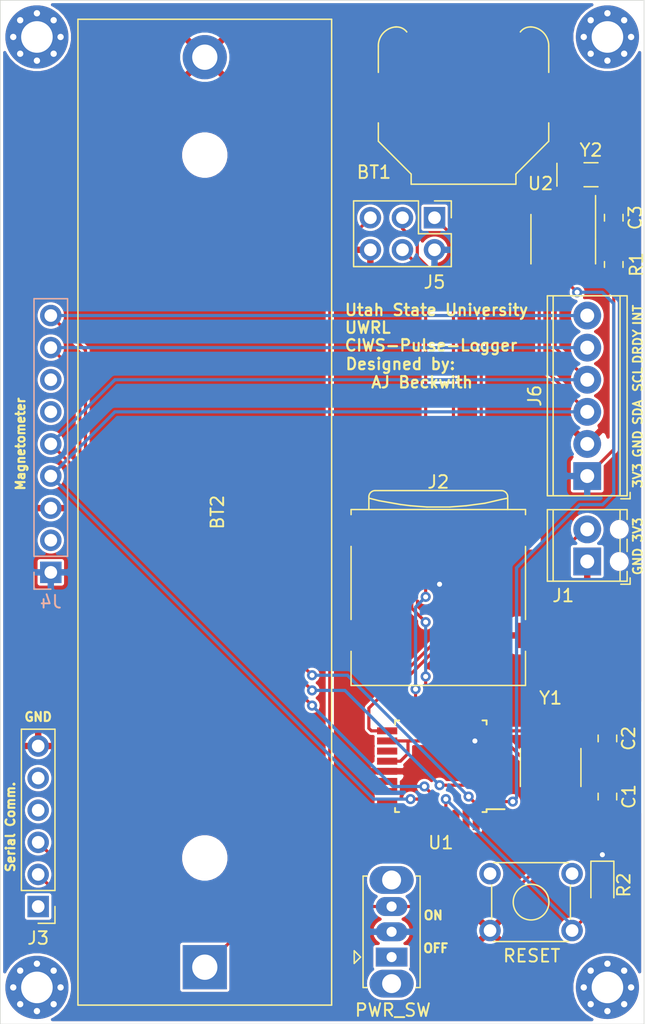
<source format=kicad_pcb>
(kicad_pcb (version 20171130) (host pcbnew "(5.1.9-0-10_14)")
  (layers (0 F.Cu signal hide) (31 B.Cu signal hide) (34 B.Paste user) (35 F.Paste user) (36 B.SilkS user) (37 F.SilkS user) (38 B.Mask user) (39 F.Mask user) (44 Edge.Cuts user))
  (net 0 "")
  (net 1 GND)
  (net 2 "Net-(BT1-Pad1)")
  (net 3 "Net-(C1-Pad1)")
  (net 4 "Net-(C2-Pad1)")
  (net 5 "Net-(C3-Pad1)")
  (net 6 "Net-(J2-Pad1)")
  (net 7 "Net-(J2-Pad2)")
  (net 8 "Net-(J2-Pad3)")
  (net 9 +3V3)
  (net 10 "Net-(J2-Pad5)")
  (net 11 "Net-(J2-Pad7)")
  (net 12 "Net-(J2-Pad8)")
  (net 13 "Net-(J3-Pad5)")
  (net 14 "Net-(J3-Pad4)")
  (net 15 "Net-(J3-Pad3)")
  (net 16 "Net-(J3-Pad2)")
  (net 17 "Net-(J3-Pad1)")
  (net 18 "Net-(J4-Pad9)")
  (net 19 "Net-(J4-Pad8)")
  (net 20 "Net-(J4-Pad7)")
  (net 21 "Net-(J4-Pad6)")
  (net 22 "Net-(J4-Pad5)")
  (net 23 "Net-(J4-Pad4)")
  (net 24 "Net-(J4-Pad2)")
  (net 25 "Net-(J5-Pad5)")
  (net 26 "Net-(U1-Pad26)")
  (net 27 "Net-(U1-Pad25)")
  (net 28 "Net-(U1-Pad24)")
  (net 29 "Net-(U1-Pad23)")
  (net 30 "Net-(U1-Pad22)")
  (net 31 "Net-(U1-Pad19)")
  (net 32 "Net-(U1-Pad13)")
  (net 33 "Net-(U1-Pad12)")
  (net 34 "Net-(U1-Pad11)")
  (net 35 "Net-(U1-Pad10)")
  (net 36 "Net-(U1-Pad9)")
  (net 37 "Net-(U1-Pad1)")
  (net 38 "Net-(U2-Pad2)")
  (net 39 "Net-(U2-Pad1)")
  (net 40 "Net-(BT2-Pad1)")
  (net 41 "Net-(SW2-Pad1)")
  (module TerminalBlock_Phoenix:TerminalBlock_Phoenix_MPT-0,5-6-2.54_1x06_P2.54mm_Horizontal (layer F.Cu) (at 164.3 88.44 90)
    (fp_text reference J6 (at 6.35 -4.16 90) (layer F.SilkS))
    (fp_text value Screw_Terminal_01x06 hide)
    (fp_line (start -1.56 2.6) (end 14.26 2.6) (layer F.SilkS) (width 0.12))
    (fp_line (start -1.56 -2.7) (end 14.26 -2.7) (layer F.SilkS) (width 0.12))
    (fp_line (start -1.56 -3.16) (end 14.26 -3.16) (layer F.SilkS) (width 0.12))
    (fp_line (start -1.56 3.16) (end 14.26 3.16) (layer F.SilkS) (width 0.12))
    (fp_line (start -1.56 -3.16) (end -1.56 3.16) (layer F.SilkS) (width 0.12))
    (fp_line (start 14.26 -3.16) (end 14.26 3.16) (layer F.SilkS) (width 0.12))
    (fp_line (start -1.8 2.66) (end -1.8 3.4) (layer F.SilkS) (width 0.12))
    (fp_line (start -1.8 3.4) (end -1.3 3.4) (layer F.SilkS) (width 0.12))
    (pad 6 thru_hole circle (at 12.7 0 90) (size 2.2 2.2) (drill 1.1) (layers *.Cu *.Mask) (net 18 "Net-(J4-Pad9)"))
    (pad 5 thru_hole circle (at 10.16 0 90) (size 2.2 2.2) (drill 1.1) (layers *.Cu *.Mask) (net 19 "Net-(J4-Pad8)"))
    (pad 4 thru_hole circle (at 7.62 0 90) (size 2.2 2.2) (drill 1.1) (layers *.Cu *.Mask) (net 22 "Net-(J4-Pad5)"))
    (pad 3 thru_hole circle (at 5.08 0 90) (size 2.2 2.2) (drill 1.1) (layers *.Cu *.Mask) (net 23 "Net-(J4-Pad4)"))
    (pad 2 thru_hole circle (at 2.54 0 90) (size 2.2 2.2) (drill 1.1) (layers *.Cu *.Mask) (net 1 GND))
    (pad 1 thru_hole rect (at 0 0 90) (size 2.2 2.2) (drill 1.1) (layers *.Cu *.Mask) (net 9 +3V3))
  )
  (module MountingHole:MountingHole_2.5mm_Pad_Via (layer F.Cu) (at 120.7 128.9)
    (fp_text reference REF** hide)
    (fp_text value MountingHole_2.5mm_Pad_Via)
    (pad 1 thru_hole circle (at 1.325825 -1.325825) (size 0.8 0.8) (drill 0.5) (layers *.Cu *.Mask))
    (pad 1 thru_hole circle (at 0 -1.875) (size 0.8 0.8) (drill 0.5) (layers *.Cu *.Mask))
    (pad 1 thru_hole circle (at -1.325825 -1.325825) (size 0.8 0.8) (drill 0.5) (layers *.Cu *.Mask))
    (pad 1 thru_hole circle (at -1.875 0) (size 0.8 0.8) (drill 0.5) (layers *.Cu *.Mask))
    (pad 1 thru_hole circle (at -1.325825 1.325825) (size 0.8 0.8) (drill 0.5) (layers *.Cu *.Mask))
    (pad 1 thru_hole circle (at 0 1.875) (size 0.8 0.8) (drill 0.5) (layers *.Cu *.Mask))
    (pad 1 thru_hole circle (at 1.325825 1.325825) (size 0.8 0.8) (drill 0.5) (layers *.Cu *.Mask))
    (pad 1 thru_hole circle (at 1.875 0) (size 0.8 0.8) (drill 0.5) (layers *.Cu *.Mask))
    (pad 1 thru_hole circle (at 0 0) (size 5 5) (drill 2.5) (layers *.Cu *.Mask))
  )
  (module MountingHole:MountingHole_2.5mm_Pad_Via (layer F.Cu) (at 120.7 53.7)
    (fp_text reference REF** hide)
    (fp_text value MountingHole_2.5mm_Pad_Via)
    (pad 1 thru_hole circle (at 1.325825 -1.325825) (size 0.8 0.8) (drill 0.5) (layers *.Cu *.Mask))
    (pad 1 thru_hole circle (at 0 -1.875) (size 0.8 0.8) (drill 0.5) (layers *.Cu *.Mask))
    (pad 1 thru_hole circle (at -1.325825 -1.325825) (size 0.8 0.8) (drill 0.5) (layers *.Cu *.Mask))
    (pad 1 thru_hole circle (at -1.875 0) (size 0.8 0.8) (drill 0.5) (layers *.Cu *.Mask))
    (pad 1 thru_hole circle (at -1.325825 1.325825) (size 0.8 0.8) (drill 0.5) (layers *.Cu *.Mask))
    (pad 1 thru_hole circle (at 0 1.875) (size 0.8 0.8) (drill 0.5) (layers *.Cu *.Mask))
    (pad 1 thru_hole circle (at 1.325825 1.325825) (size 0.8 0.8) (drill 0.5) (layers *.Cu *.Mask))
    (pad 1 thru_hole circle (at 1.875 0) (size 0.8 0.8) (drill 0.5) (layers *.Cu *.Mask))
    (pad 1 thru_hole circle (at 0 0) (size 5 5) (drill 2.5) (layers *.Cu *.Mask))
  )
  (module MountingHole:MountingHole_2.5mm_Pad_Via (layer F.Cu) (at 165.9 53.7)
    (fp_text reference REF** hide)
    (fp_text value MountingHole_2.5mm_Pad_Via)
    (pad 1 thru_hole circle (at 1.325825 -1.325825) (size 0.8 0.8) (drill 0.5) (layers *.Cu *.Mask))
    (pad 1 thru_hole circle (at 0 -1.875) (size 0.8 0.8) (drill 0.5) (layers *.Cu *.Mask))
    (pad 1 thru_hole circle (at -1.325825 -1.325825) (size 0.8 0.8) (drill 0.5) (layers *.Cu *.Mask))
    (pad 1 thru_hole circle (at -1.875 0) (size 0.8 0.8) (drill 0.5) (layers *.Cu *.Mask))
    (pad 1 thru_hole circle (at -1.325825 1.325825) (size 0.8 0.8) (drill 0.5) (layers *.Cu *.Mask))
    (pad 1 thru_hole circle (at 0 1.875) (size 0.8 0.8) (drill 0.5) (layers *.Cu *.Mask))
    (pad 1 thru_hole circle (at 1.325825 1.325825) (size 0.8 0.8) (drill 0.5) (layers *.Cu *.Mask))
    (pad 1 thru_hole circle (at 1.875 0) (size 0.8 0.8) (drill 0.5) (layers *.Cu *.Mask))
    (pad 1 thru_hole circle (at 0 0) (size 5 5) (drill 2.5) (layers *.Cu *.Mask))
  )
  (module MountingHole:MountingHole_2.5mm_Pad_Via (layer F.Cu) (at 165.9 128.9)
    (fp_text reference REF** hide)
    (fp_text value MountingHole_2.5mm_Pad_Via)
    (pad 1 thru_hole circle (at 1.325825 -1.325825) (size 0.8 0.8) (drill 0.5) (layers *.Cu *.Mask))
    (pad 1 thru_hole circle (at 0 -1.875) (size 0.8 0.8) (drill 0.5) (layers *.Cu *.Mask))
    (pad 1 thru_hole circle (at -1.325825 -1.325825) (size 0.8 0.8) (drill 0.5) (layers *.Cu *.Mask))
    (pad 1 thru_hole circle (at -1.875 0) (size 0.8 0.8) (drill 0.5) (layers *.Cu *.Mask))
    (pad 1 thru_hole circle (at -1.325825 1.325825) (size 0.8 0.8) (drill 0.5) (layers *.Cu *.Mask))
    (pad 1 thru_hole circle (at 0 1.875) (size 0.8 0.8) (drill 0.5) (layers *.Cu *.Mask))
    (pad 1 thru_hole circle (at 1.325825 1.325825) (size 0.8 0.8) (drill 0.5) (layers *.Cu *.Mask))
    (pad 1 thru_hole circle (at 1.875 0) (size 0.8 0.8) (drill 0.5) (layers *.Cu *.Mask))
    (pad 1 thru_hole circle (at 0 0) (size 5 5) (drill 2.5) (layers *.Cu *.Mask))
  )
  (module Battery:BatteryHolder_MPD_BH-18650-PC2 (layer F.Cu) (at 134 127.3 90)
    (fp_text reference BT2 (at 36 1 90) (layer F.SilkS))
    (fp_text value Battery_Cell)
    (fp_line (start -3 10.05) (end -3 -10.05) (layer F.SilkS) (width 0.12))
    (fp_line (start 75 10.05) (end -3 10.05) (layer F.SilkS) (width 0.12))
    (fp_line (start 75 -10.05) (end 75 10.05) (layer F.SilkS) (width 0.12))
    (fp_line (start -3 -10.05) (end 75 -10.05) (layer F.SilkS) (width 0.12))
    (pad "" np_thru_hole circle (at 64.255 0 90) (size 3.2 3.2) (drill 3.2) (layers *.Cu *.Mask))
    (pad "" np_thru_hole circle (at 8.645 0 90) (size 3.2 3.2) (drill 3.2) (layers *.Cu *.Mask))
    (pad 1 thru_hole rect (at 0 0 90) (size 3.5 3.5) (drill 2) (layers *.Cu *.Mask) (net 40 "Net-(BT2-Pad1)"))
    (pad 2 thru_hole circle (at 72 0 90) (size 3.5 3.5) (drill 2) (layers *.Cu *.Mask) (net 1 GND))
  )
  (module Connector_PinHeader_2.54mm:PinHeader_1x09_P2.54mm_Vertical (layer B.Cu) (at 121.8 96.06)
    (fp_text reference J4 (at 0 2.33) (layer B.SilkS) (effects (justify mirror)))
    (fp_text value Conn_01x09_Female)
    (fp_line (start -1.33 1.33) (end 0 1.33) (layer B.SilkS) (width 0.12))
    (fp_line (start -1.33 0) (end -1.33 1.33) (layer B.SilkS) (width 0.12))
    (fp_line (start -1.33 -1.27) (end 1.33 -1.27) (layer B.SilkS) (width 0.12))
    (fp_line (start 1.33 -1.27) (end 1.33 -21.65) (layer B.SilkS) (width 0.12))
    (fp_line (start -1.33 -1.27) (end -1.33 -21.65) (layer B.SilkS) (width 0.12))
    (fp_line (start -1.33 -21.65) (end 1.33 -21.65) (layer B.SilkS) (width 0.12))
    (pad 9 thru_hole oval (at 0 -20.32) (size 1.7 1.7) (drill 1) (layers *.Cu *.Mask) (net 18 "Net-(J4-Pad9)"))
    (pad 8 thru_hole oval (at 0 -17.78) (size 1.7 1.7) (drill 1) (layers *.Cu *.Mask) (net 19 "Net-(J4-Pad8)"))
    (pad 7 thru_hole oval (at 0 -15.24) (size 1.7 1.7) (drill 1) (layers *.Cu *.Mask) (net 20 "Net-(J4-Pad7)"))
    (pad 6 thru_hole oval (at 0 -12.7) (size 1.7 1.7) (drill 1) (layers *.Cu *.Mask) (net 21 "Net-(J4-Pad6)"))
    (pad 5 thru_hole oval (at 0 -10.16) (size 1.7 1.7) (drill 1) (layers *.Cu *.Mask) (net 22 "Net-(J4-Pad5)"))
    (pad 4 thru_hole oval (at 0 -7.62) (size 1.7 1.7) (drill 1) (layers *.Cu *.Mask) (net 23 "Net-(J4-Pad4)"))
    (pad 3 thru_hole oval (at 0 -5.08) (size 1.7 1.7) (drill 1) (layers *.Cu *.Mask) (net 1 GND))
    (pad 2 thru_hole oval (at 0 -2.54) (size 1.7 1.7) (drill 1) (layers *.Cu *.Mask) (net 24 "Net-(J4-Pad2)"))
    (pad 1 thru_hole rect (at 0 0) (size 1.7 1.7) (drill 1) (layers *.Cu *.Mask) (net 9 +3V3))
  )
  (module Connector_PinHeader_2.54mm:PinHeader_1x06_P2.54mm_Vertical (layer F.Cu) (at 120.8 122.5 180)
    (fp_text reference J3 (at 0 -2.5) (layer F.SilkS))
    (fp_text value Conn_01x06_Female hide)
    (fp_line (start -1.33 -1.33) (end 0 -1.33) (layer F.SilkS) (width 0.12))
    (fp_line (start -1.33 0) (end -1.33 -1.33) (layer F.SilkS) (width 0.12))
    (fp_line (start -1.33 1.27) (end 1.33 1.27) (layer F.SilkS) (width 0.12))
    (fp_line (start 1.33 1.27) (end 1.33 14.03) (layer F.SilkS) (width 0.12))
    (fp_line (start -1.33 1.27) (end -1.33 14.03) (layer F.SilkS) (width 0.12))
    (fp_line (start -1.33 14.03) (end 1.33 14.03) (layer F.SilkS) (width 0.12))
    (pad 6 thru_hole oval (at 0 12.7 180) (size 1.7 1.7) (drill 1) (layers *.Cu *.Mask) (net 1 GND))
    (pad 5 thru_hole oval (at 0 10.16 180) (size 1.7 1.7) (drill 1) (layers *.Cu *.Mask) (net 13 "Net-(J3-Pad5)"))
    (pad 4 thru_hole oval (at 0 7.62 180) (size 1.7 1.7) (drill 1) (layers *.Cu *.Mask) (net 14 "Net-(J3-Pad4)"))
    (pad 3 thru_hole oval (at 0 5.08 180) (size 1.7 1.7) (drill 1) (layers *.Cu *.Mask) (net 15 "Net-(J3-Pad3)"))
    (pad 2 thru_hole oval (at 0 2.54 180) (size 1.7 1.7) (drill 1) (layers *.Cu *.Mask) (net 16 "Net-(J3-Pad2)"))
    (pad 1 thru_hole rect (at 0 0 180) (size 1.7 1.7) (drill 1) (layers *.Cu *.Mask) (net 17 "Net-(J3-Pad1)"))
  )
  (module Crystal:Crystal_SMD_EuroQuartz_EQ161-2Pin_3.2x1.5mm_HandSoldering (layer F.Cu) (at 164.6 64.6)
    (fp_text reference Y2 (at 0 -1.95) (layer F.SilkS))
    (fp_text value 32.768kHz)
    (fp_line (start -2.7 -0.9) (end -2.7 0.9) (layer F.SilkS) (width 0.12))
    (fp_line (start -0.55 0.95) (end 0.55 0.95) (layer F.SilkS) (width 0.12))
    (fp_line (start -0.55 -0.95) (end 0.55 -0.95) (layer F.SilkS) (width 0.12))
    (pad 2 smd rect (at 1.625 0) (size 1.75 1.8) (layers F.Cu F.Paste F.Mask) (net 39 "Net-(U2-Pad1)"))
    (pad 1 smd rect (at -1.625 0) (size 1.75 1.8) (layers F.Cu F.Paste F.Mask) (net 38 "Net-(U2-Pad2)"))
  )
  (module Crystal:Crystal_SMD_TXC_AX_8045-2Pin_8.0x4.5mm (layer F.Cu) (at 161.4 111.5 90)
    (fp_text reference Y1 (at 5.5 0 180) (layer F.SilkS))
    (fp_text value 8Mhz)
    (fp_line (start -1.5 2.4) (end 1.5 2.4) (layer F.SilkS) (width 0.12))
    (fp_line (start 1.5 -2.4) (end -1.5 -2.4) (layer F.SilkS) (width 0.12))
    (pad 2 smd roundrect (at 3.25 0 90) (size 2.5 3) (layers F.Cu F.Paste F.Mask) (net 4 "Net-(C2-Pad1)"))
    (pad 1 smd roundrect (at -3.25 0 90) (size 2.5 3) (layers F.Cu F.Paste F.Mask) (net 3 "Net-(C1-Pad1)"))
  )
  (module Package_SO:SOIC-8_3.9x4.9mm_P1.27mm (layer F.Cu) (at 162.4 69.7 270)
    (fp_text reference U2 (at -4.4 1.8 180) (layer F.SilkS))
    (fp_text value PCF8523T)
    (fp_line (start 0 -2.56) (end -3.45 -2.56) (layer F.SilkS) (width 0.12))
    (fp_line (start 0 -2.56) (end 1.95 -2.56) (layer F.SilkS) (width 0.12))
    (fp_line (start 0 2.56) (end -1.95 2.56) (layer F.SilkS) (width 0.12))
    (fp_line (start 0 2.56) (end 1.95 2.56) (layer F.SilkS) (width 0.12))
    (pad 8 smd roundrect (at 2.475 -1.905 270) (size 1.95 0.6) (layers F.Cu F.Paste F.Mask) (net 5 "Net-(C3-Pad1)"))
    (pad 7 smd roundrect (at 2.475 -0.635 270) (size 1.95 0.6) (layers F.Cu F.Paste F.Mask) (net 37 "Net-(U1-Pad1)"))
    (pad 6 smd roundrect (at 2.475 0.635 270) (size 1.95 0.6) (layers F.Cu F.Paste F.Mask) (net 22 "Net-(J4-Pad5)"))
    (pad 5 smd roundrect (at 2.475 1.905 270) (size 1.95 0.6) (layers F.Cu F.Paste F.Mask) (net 23 "Net-(J4-Pad4)"))
    (pad 4 smd roundrect (at -2.475 1.905 270) (size 1.95 0.6) (layers F.Cu F.Paste F.Mask) (net 1 GND))
    (pad 3 smd roundrect (at -2.475 0.635 270) (size 1.95 0.6) (layers F.Cu F.Paste F.Mask) (net 2 "Net-(BT1-Pad1)"))
    (pad 2 smd roundrect (at -2.475 -0.635 270) (size 1.95 0.6) (layers F.Cu F.Paste F.Mask) (net 38 "Net-(U2-Pad2)"))
    (pad 1 smd roundrect (at -2.475 -1.905 270) (size 1.95 0.6) (layers F.Cu F.Paste F.Mask) (net 39 "Net-(U2-Pad1)"))
  )
  (module Package_QFP:TQFP-32_7x7mm_P0.8mm (layer F.Cu) (at 152.7 111.4 180)
    (fp_text reference U1 (at 0 -6.05) (layer F.SilkS))
    (fp_text value ATmega328P-AU)
    (fp_line (start -3.625 -3.4) (end -5.05 -3.4) (layer F.SilkS) (width 0.15))
    (fp_line (start 3.625 -3.625) (end 3.3 -3.625) (layer F.SilkS) (width 0.15))
    (fp_line (start 3.625 3.625) (end 3.3 3.625) (layer F.SilkS) (width 0.15))
    (fp_line (start -3.625 3.625) (end -3.3 3.625) (layer F.SilkS) (width 0.15))
    (fp_line (start -3.625 -3.625) (end -3.3 -3.625) (layer F.SilkS) (width 0.15))
    (fp_line (start -3.625 3.625) (end -3.625 3.3) (layer F.SilkS) (width 0.15))
    (fp_line (start 3.625 3.625) (end 3.625 3.3) (layer F.SilkS) (width 0.15))
    (fp_line (start 3.625 -3.625) (end 3.625 -3.3) (layer F.SilkS) (width 0.15))
    (fp_line (start -3.625 -3.625) (end -3.625 -3.4) (layer F.SilkS) (width 0.15))
    (pad 32 smd rect (at -2.8 -4.25 270) (size 1.6 0.55) (layers F.Cu F.Paste F.Mask) (net 18 "Net-(J4-Pad9)"))
    (pad 31 smd rect (at -2 -4.25 270) (size 1.6 0.55) (layers F.Cu F.Paste F.Mask) (net 16 "Net-(J3-Pad2)"))
    (pad 30 smd rect (at -1.2 -4.25 270) (size 1.6 0.55) (layers F.Cu F.Paste F.Mask) (net 15 "Net-(J3-Pad3)"))
    (pad 29 smd rect (at -0.4 -4.25 270) (size 1.6 0.55) (layers F.Cu F.Paste F.Mask) (net 25 "Net-(J5-Pad5)"))
    (pad 28 smd rect (at 0.4 -4.25 270) (size 1.6 0.55) (layers F.Cu F.Paste F.Mask) (net 22 "Net-(J4-Pad5)"))
    (pad 27 smd rect (at 1.2 -4.25 270) (size 1.6 0.55) (layers F.Cu F.Paste F.Mask) (net 23 "Net-(J4-Pad4)"))
    (pad 26 smd rect (at 2 -4.25 270) (size 1.6 0.55) (layers F.Cu F.Paste F.Mask) (net 26 "Net-(U1-Pad26)"))
    (pad 25 smd rect (at 2.8 -4.25 270) (size 1.6 0.55) (layers F.Cu F.Paste F.Mask) (net 27 "Net-(U1-Pad25)"))
    (pad 24 smd rect (at 4.25 -2.8 180) (size 1.6 0.55) (layers F.Cu F.Paste F.Mask) (net 28 "Net-(U1-Pad24)"))
    (pad 23 smd rect (at 4.25 -2 180) (size 1.6 0.55) (layers F.Cu F.Paste F.Mask) (net 29 "Net-(U1-Pad23)"))
    (pad 22 smd rect (at 4.25 -1.2 180) (size 1.6 0.55) (layers F.Cu F.Paste F.Mask) (net 30 "Net-(U1-Pad22)"))
    (pad 21 smd rect (at 4.25 -0.4 180) (size 1.6 0.55) (layers F.Cu F.Paste F.Mask) (net 1 GND))
    (pad 20 smd rect (at 4.25 0.4 180) (size 1.6 0.55) (layers F.Cu F.Paste F.Mask) (net 9 +3V3))
    (pad 19 smd rect (at 4.25 1.2 180) (size 1.6 0.55) (layers F.Cu F.Paste F.Mask) (net 31 "Net-(U1-Pad19)"))
    (pad 18 smd rect (at 4.25 2 180) (size 1.6 0.55) (layers F.Cu F.Paste F.Mask) (net 9 +3V3))
    (pad 17 smd rect (at 4.25 2.8 180) (size 1.6 0.55) (layers F.Cu F.Paste F.Mask) (net 10 "Net-(J2-Pad5)"))
    (pad 16 smd rect (at 2.8 4.25 270) (size 1.6 0.55) (layers F.Cu F.Paste F.Mask) (net 11 "Net-(J2-Pad7)"))
    (pad 15 smd rect (at 2 4.25 270) (size 1.6 0.55) (layers F.Cu F.Paste F.Mask) (net 8 "Net-(J2-Pad3)"))
    (pad 14 smd rect (at 1.2 4.25 270) (size 1.6 0.55) (layers F.Cu F.Paste F.Mask) (net 7 "Net-(J2-Pad2)"))
    (pad 13 smd rect (at 0.4 4.25 270) (size 1.6 0.55) (layers F.Cu F.Paste F.Mask) (net 32 "Net-(U1-Pad13)"))
    (pad 12 smd rect (at -0.4 4.25 270) (size 1.6 0.55) (layers F.Cu F.Paste F.Mask) (net 33 "Net-(U1-Pad12)"))
    (pad 11 smd rect (at -1.2 4.25 270) (size 1.6 0.55) (layers F.Cu F.Paste F.Mask) (net 34 "Net-(U1-Pad11)"))
    (pad 10 smd rect (at -2 4.25 270) (size 1.6 0.55) (layers F.Cu F.Paste F.Mask) (net 35 "Net-(U1-Pad10)"))
    (pad 9 smd rect (at -2.8 4.25 270) (size 1.6 0.55) (layers F.Cu F.Paste F.Mask) (net 36 "Net-(U1-Pad9)"))
    (pad 8 smd rect (at -4.25 2.8 180) (size 1.6 0.55) (layers F.Cu F.Paste F.Mask) (net 4 "Net-(C2-Pad1)"))
    (pad 7 smd rect (at -4.25 2 180) (size 1.6 0.55) (layers F.Cu F.Paste F.Mask) (net 3 "Net-(C1-Pad1)"))
    (pad 6 smd rect (at -4.25 1.2 180) (size 1.6 0.55) (layers F.Cu F.Paste F.Mask) (net 9 +3V3))
    (pad 5 smd rect (at -4.25 0.4 180) (size 1.6 0.55) (layers F.Cu F.Paste F.Mask) (net 1 GND))
    (pad 4 smd rect (at -4.25 -0.4 180) (size 1.6 0.55) (layers F.Cu F.Paste F.Mask) (net 9 +3V3))
    (pad 3 smd rect (at -4.25 -1.2 180) (size 1.6 0.55) (layers F.Cu F.Paste F.Mask) (net 1 GND))
    (pad 2 smd rect (at -4.25 -2 180) (size 1.6 0.55) (layers F.Cu F.Paste F.Mask) (net 19 "Net-(J4-Pad8)"))
    (pad 1 smd rect (at -4.25 -2.8 180) (size 1.6 0.55) (layers F.Cu F.Paste F.Mask) (net 37 "Net-(U1-Pad1)"))
  )
  (module Button_Switch_THT:SW_Slide_1P2T_CK_OS102011MS2Q (layer F.Cu) (at 148.8 126.5 90)
    (fp_text reference SW2 hide)
    (fp_text value PWR_SW (at -4.2 0.1 180) (layer F.SilkS))
    (fp_line (start 0.5 -2.96) (end -0.5 -2.96) (layer F.SilkS) (width 0.12))
    (fp_line (start 0 -2.46) (end 0.5 -2.96) (layer F.SilkS) (width 0.12))
    (fp_line (start -0.5 -2.96) (end 0 -2.46) (layer F.SilkS) (width 0.12))
    (fp_line (start 6.41 2.26) (end 6.41 1.95) (layer F.SilkS) (width 0.12))
    (fp_line (start -2.41 2.26) (end -2.41 1.95) (layer F.SilkS) (width 0.12))
    (fp_line (start -2.41 -1.95) (end -2.41 -2.26) (layer F.SilkS) (width 0.12))
    (fp_line (start 6.41 2.26) (end -2.41 2.26) (layer F.SilkS) (width 0.12))
    (fp_line (start 6.41 -2.26) (end 6.41 -1.95) (layer F.SilkS) (width 0.12))
    (fp_line (start -2.41 -2.26) (end 6.41 -2.26) (layer F.SilkS) (width 0.12))
    (pad "" thru_hole oval (at 6.1 0 90) (size 2.2 3.5) (drill 1.5) (layers *.Cu *.Mask))
    (pad "" thru_hole oval (at -2.1 0 90) (size 2.2 3.5) (drill 1.5) (layers *.Cu *.Mask))
    (pad 3 thru_hole oval (at 4 0 90) (size 1.5 2.5) (drill 0.8) (layers *.Cu *.Mask) (net 40 "Net-(BT2-Pad1)"))
    (pad 2 thru_hole oval (at 2 0 90) (size 1.5 2.5) (drill 0.8) (layers *.Cu *.Mask) (net 9 +3V3))
    (pad 1 thru_hole rect (at 0 0 90) (size 1.5 2.5) (drill 0.8) (layers *.Cu *.Mask) (net 41 "Net-(SW2-Pad1)"))
  )
  (module Button_Switch_THT:SW_TH_Tactile_Omron_B3F-10xx (layer F.Cu) (at 163.1 124.4 180)
    (fp_text reference SW1 hide)
    (fp_text value RESET (at 3.2 -2) (layer F.SilkS))
    (fp_line (start 6.37 0.91) (end 6.37 3.59) (layer F.SilkS) (width 0.12))
    (fp_line (start 0.13 3.59) (end 0.13 0.91) (layer F.SilkS) (width 0.12))
    (fp_line (start 0.28 -0.87) (end 6.22 -0.87) (layer F.SilkS) (width 0.12))
    (fp_line (start 0.28 5.37) (end 6.22 5.37) (layer F.SilkS) (width 0.12))
    (fp_circle (center 3.25 2.25) (end 4.25 3.25) (layer F.SilkS) (width 0.12))
    (pad 1 thru_hole circle (at 0 0 180) (size 1.7 1.7) (drill 1) (layers *.Cu *.Mask) (net 25 "Net-(J5-Pad5)"))
    (pad 2 thru_hole circle (at 6.5 0 180) (size 1.7 1.7) (drill 1) (layers *.Cu *.Mask) (net 1 GND))
    (pad 3 thru_hole circle (at 0 4.5 180) (size 1.7 1.7) (drill 1) (layers *.Cu *.Mask))
    (pad 4 thru_hole circle (at 6.5 4.5 180) (size 1.7 1.7) (drill 1) (layers *.Cu *.Mask))
  )
  (module LED_SMD:LED_0805_2012Metric_Castellated (layer F.Cu) (at 165.5 120.8 270)
    (fp_text reference R2 (at 0 -1.7 90) (layer F.SilkS))
    (fp_text value 10k)
    (fp_line (start -1.885 0.91) (end 1 0.91) (layer F.SilkS) (width 0.12))
    (fp_line (start -1.885 -0.91) (end -1.885 0.91) (layer F.SilkS) (width 0.12))
    (fp_line (start 1 -0.91) (end -1.885 -0.91) (layer F.SilkS) (width 0.12))
    (pad 2 smd roundrect (at 0.9625 0 270) (size 1.325 1.3) (layers F.Cu F.Paste F.Mask) (roundrect_rratio 0.1923076923076923) (net 25 "Net-(J5-Pad5)"))
    (pad 1 smd roundrect (at -0.9625 0 270) (size 1.325 1.3) (layers F.Cu F.Paste F.Mask) (roundrect_rratio 0.1923076923076923) (net 9 +3V3))
  )
  (module Resistor_SMD:R_0805_2012Metric (layer F.Cu) (at 166.4 71.7 90)
    (fp_text reference R1 (at 0 1.8 90) (layer F.SilkS))
    (fp_text value 1k)
    (fp_line (start -0.227064 0.735) (end 0.227064 0.735) (layer F.SilkS) (width 0.12))
    (fp_line (start -0.227064 -0.735) (end 0.227064 -0.735) (layer F.SilkS) (width 0.12))
    (pad 2 smd roundrect (at 0.9125 0 90) (size 1.025 1.4) (layers F.Cu F.Paste F.Mask) (roundrect_rratio 0.2439014634146341) (net 5 "Net-(C3-Pad1)"))
    (pad 1 smd roundrect (at -0.9125 0 90) (size 1.025 1.4) (layers F.Cu F.Paste F.Mask) (roundrect_rratio 0.2439014634146341) (net 9 +3V3))
  )
  (module Connector_PinHeader_2.54mm:PinHeader_2x03_P2.54mm_Vertical (layer F.Cu) (at 152.2 68 270)
    (fp_text reference J5 (at 5.1 0 180) (layer F.SilkS))
    (fp_text value ISP)
    (fp_line (start -1.33 -1.33) (end 0 -1.33) (layer F.SilkS) (width 0.12))
    (fp_line (start -1.33 0) (end -1.33 -1.33) (layer F.SilkS) (width 0.12))
    (fp_line (start 1.27 -1.33) (end 3.87 -1.33) (layer F.SilkS) (width 0.12))
    (fp_line (start 1.27 1.27) (end 1.27 -1.33) (layer F.SilkS) (width 0.12))
    (fp_line (start -1.33 1.27) (end 1.27 1.27) (layer F.SilkS) (width 0.12))
    (fp_line (start 3.87 -1.33) (end 3.87 6.41) (layer F.SilkS) (width 0.12))
    (fp_line (start -1.33 1.27) (end -1.33 6.41) (layer F.SilkS) (width 0.12))
    (fp_line (start -1.33 6.41) (end 3.87 6.41) (layer F.SilkS) (width 0.12))
    (pad 6 thru_hole oval (at 2.54 5.08 270) (size 1.7 1.7) (drill 1) (layers *.Cu *.Mask) (net 1 GND))
    (pad 5 thru_hole oval (at 0 5.08 270) (size 1.7 1.7) (drill 1) (layers *.Cu *.Mask) (net 25 "Net-(J5-Pad5)"))
    (pad 4 thru_hole oval (at 2.54 2.54 270) (size 1.7 1.7) (drill 1) (layers *.Cu *.Mask) (net 8 "Net-(J2-Pad3)"))
    (pad 3 thru_hole oval (at 0 2.54 270) (size 1.7 1.7) (drill 1) (layers *.Cu *.Mask) (net 10 "Net-(J2-Pad5)"))
    (pad 2 thru_hole oval (at 2.54 0 270) (size 1.7 1.7) (drill 1) (layers *.Cu *.Mask) (net 9 +3V3))
    (pad 1 thru_hole rect (at 0 0 270) (size 1.7 1.7) (drill 1) (layers *.Cu *.Mask) (net 11 "Net-(J2-Pad7)"))
  )
  (module Connector_Card:microSD_HC_Wuerth_693072010801 (layer F.Cu) (at 152.5 96.9)
    (fp_text reference J2 (at 0 -7.99) (layer F.SilkS))
    (fp_text value Micro_SD_Card)
    (fp_line (start -6.91 -5.81) (end -6.91 -5.41) (layer F.SilkS) (width 0.12))
    (fp_line (start -6.91 -2.89) (end -6.91 2.89) (layer F.SilkS) (width 0.12))
    (fp_line (start -6.91 5.41) (end -6.91 8.11) (layer F.SilkS) (width 0.12))
    (fp_line (start 6.91 -2.89) (end 6.91 2.89) (layer F.SilkS) (width 0.12))
    (fp_line (start 6.91 -5.81) (end 6.91 -5.41) (layer F.SilkS) (width 0.12))
    (fp_line (start 6.91 5.41) (end 6.91 8.11) (layer F.SilkS) (width 0.12))
    (fp_line (start 6.91 8.11) (end -6.91 8.11) (layer F.SilkS) (width 0.12))
    (fp_line (start -6.91 -5.81) (end 6.91 -5.81) (layer F.SilkS) (width 0.12))
    (fp_line (start 5.5 -5.81) (end 5.5 -6.81) (layer F.SilkS) (width 0.12))
    (fp_line (start -5.5 -5.81) (end -5.5 -6.81) (layer F.SilkS) (width 0.12))
    (fp_line (start -5 -7.31) (end 5 -7.31) (layer F.SilkS) (width 0.12))
    (fp_line (start -5.5 -6.71) (end -4.7 -6.51) (layer F.SilkS) (width 0.12))
    (fp_line (start -4.7 -6.51) (end -3 -6.21) (layer F.SilkS) (width 0.12))
    (fp_line (start -3 -6.21) (end -2.2 -6.11) (layer F.SilkS) (width 0.12))
    (fp_line (start -2.2 -6.11) (end -0.9 -6.01) (layer F.SilkS) (width 0.12))
    (fp_line (start -0.9 -6.01) (end 0.9 -6.01) (layer F.SilkS) (width 0.12))
    (fp_line (start 0.9 -6.01) (end 2.2 -6.11) (layer F.SilkS) (width 0.12))
    (fp_line (start 2.2 -6.11) (end 3.7 -6.31) (layer F.SilkS) (width 0.12))
    (fp_line (start 3.7 -6.31) (end 5 -6.61) (layer F.SilkS) (width 0.12))
    (fp_line (start 5 -6.61) (end 5.5 -6.71) (layer F.SilkS) (width 0.12))
    (fp_arc (start -5 -6.81) (end -5.5 -6.81) (angle 90) (layer F.SilkS) (width 0.12))
    (fp_arc (start 5 -6.81) (end 5 -7.31) (angle 90) (layer F.SilkS) (width 0.12))
    (pad 1 smd rect (at -3.2 -1.55) (size 0.8 1.5) (layers F.Cu F.Paste F.Mask) (net 6 "Net-(J2-Pad1)"))
    (pad 2 smd rect (at -2.1 -1.55) (size 0.8 1.5) (layers F.Cu F.Paste F.Mask) (net 7 "Net-(J2-Pad2)"))
    (pad 3 smd rect (at -1 -1.55) (size 0.8 1.5) (layers F.Cu F.Paste F.Mask) (net 8 "Net-(J2-Pad3)"))
    (pad 4 smd rect (at 0.1 -1.55) (size 0.8 1.5) (layers F.Cu F.Paste F.Mask) (net 9 +3V3))
    (pad 5 smd rect (at 1.2 -1.55) (size 0.8 1.5) (layers F.Cu F.Paste F.Mask) (net 10 "Net-(J2-Pad5)"))
    (pad 6 smd rect (at 2.3 -1.55) (size 0.8 1.5) (layers F.Cu F.Paste F.Mask) (net 1 GND))
    (pad 7 smd rect (at 3.4 -1.55) (size 0.8 1.5) (layers F.Cu F.Paste F.Mask) (net 11 "Net-(J2-Pad7)"))
    (pad 8 smd rect (at 4.5 -1.55) (size 0.8 1.5) (layers F.Cu F.Paste F.Mask) (net 12 "Net-(J2-Pad8)"))
    (pad 9 smd rect (at 6.875 4.15) (size 1.45 2) (layers F.Cu F.Paste F.Mask) (net 1 GND))
    (pad 9 smd rect (at -6.875 4.15) (size 1.45 2) (layers F.Cu F.Paste F.Mask) (net 1 GND))
    (pad 9 smd rect (at -6.875 -4.15) (size 1.45 2) (layers F.Cu F.Paste F.Mask) (net 1 GND))
    (pad 9 smd rect (at 6.875 -4.15) (size 1.45 2) (layers F.Cu F.Paste F.Mask) (net 1 GND))
  )
  (module TerminalBlock_Phoenix:TerminalBlock_Phoenix_MPT-0,5-2-2.54_1x02_P2.54mm_Horizontal (layer F.Cu) (at 164.3 95.2 90)
    (fp_text reference J1 (at -2.7 -1.9 180) (layer F.SilkS))
    (fp_text value POWER_Terminal hide)
    (fp_line (start -1.8 3.4) (end -1.3 3.4) (layer F.SilkS) (width 0.12))
    (fp_line (start -1.8 2.66) (end -1.8 3.4) (layer F.SilkS) (width 0.12))
    (fp_line (start 4.1 -3.16) (end 4.1 3.16) (layer F.SilkS) (width 0.12))
    (fp_line (start -1.56 -3.16) (end -1.56 3.16) (layer F.SilkS) (width 0.12))
    (fp_line (start 3.33 3.16) (end 4.1 3.16) (layer F.SilkS) (width 0.12))
    (fp_line (start 0.79 3.16) (end 1.75 3.16) (layer F.SilkS) (width 0.12))
    (fp_line (start -1.56 3.16) (end -0.79 3.16) (layer F.SilkS) (width 0.12))
    (fp_line (start -1.56 -3.16) (end 4.1 -3.16) (layer F.SilkS) (width 0.12))
    (fp_line (start -1.56 -2.7) (end 4.1 -2.7) (layer F.SilkS) (width 0.12))
    (fp_line (start 3.33 2.6) (end 4.1 2.6) (layer F.SilkS) (width 0.12))
    (fp_line (start 0.79 2.6) (end 1.75 2.6) (layer F.SilkS) (width 0.12))
    (fp_line (start -1.56 2.6) (end -0.79 2.6) (layer F.SilkS) (width 0.12))
    (pad "" np_thru_hole circle (at 2.54 2.54 90) (size 1.1 1.1) (drill 1.1) (layers *.Cu *.Mask))
    (pad 2 thru_hole circle (at 2.54 0 90) (size 2.2 2.2) (drill 1.1) (layers *.Cu *.Mask) (net 40 "Net-(BT2-Pad1)"))
    (pad "" np_thru_hole circle (at 0 2.54 90) (size 1.1 1.1) (drill 1.1) (layers *.Cu *.Mask))
    (pad 1 thru_hole rect (at 0 0 90) (size 2.2 2.2) (drill 1.1) (layers *.Cu *.Mask) (net 1 GND))
  )
  (module Capacitor_SMD:C_0805_2012Metric (layer F.Cu) (at 166.4 68 90)
    (fp_text reference C3 (at 0 1.7 90) (layer F.SilkS))
    (fp_text value 3.3uF)
    (fp_line (start -0.261252 0.735) (end 0.261252 0.735) (layer F.SilkS) (width 0.12))
    (fp_line (start -0.261252 -0.735) (end 0.261252 -0.735) (layer F.SilkS) (width 0.12))
    (pad 2 smd roundrect (at 0.95 0 90) (size 1 1.45) (layers F.Cu F.Paste F.Mask) (net 1 GND))
    (pad 1 smd roundrect (at -0.95 0 90) (size 1 1.45) (layers F.Cu F.Paste F.Mask) (net 5 "Net-(C3-Pad1)"))
  )
  (module Capacitor_SMD:C_0805_2012Metric (layer F.Cu) (at 165.9 109.2 270)
    (fp_text reference C2 (at 0 -1.68 90) (layer F.SilkS))
    (fp_text value 16pF)
    (fp_line (start -0.261252 0.735) (end 0.261252 0.735) (layer F.SilkS) (width 0.12))
    (fp_line (start -0.261252 -0.735) (end 0.261252 -0.735) (layer F.SilkS) (width 0.12))
    (pad 2 smd roundrect (at 0.95 0 270) (size 1 1.45) (layers F.Cu F.Paste F.Mask) (net 1 GND))
    (pad 1 smd roundrect (at -0.95 0 270) (size 1 1.45) (layers F.Cu F.Paste F.Mask) (net 4 "Net-(C2-Pad1)"))
  )
  (module Capacitor_SMD:C_0805_2012Metric (layer F.Cu) (at 165.9 113.8 90)
    (fp_text reference C1 (at 0 1.7 90) (layer F.SilkS))
    (fp_text value 16pF)
    (fp_line (start -0.261252 0.735) (end 0.261252 0.735) (layer F.SilkS) (width 0.12))
    (fp_line (start -0.261252 -0.735) (end 0.261252 -0.735) (layer F.SilkS) (width 0.12))
    (pad 2 smd roundrect (at 0.95 0 90) (size 1 1.45) (layers F.Cu F.Paste F.Mask) (net 1 GND))
    (pad 1 smd roundrect (at -0.95 0 90) (size 1 1.45) (layers F.Cu F.Paste F.Mask) (net 3 "Net-(C1-Pad1)"))
  )
  (module Battery:BatteryHolder_Keystone_3000_1x12mm (layer F.Cu) (at 154.5 58.5 180)
    (fp_text reference BT1 (at 7.1 -5.9) (layer F.SilkS))
    (fp_text value RTC_Battery)
    (fp_line (start 6.75 -3.45) (end 6.75 -2) (layer F.SilkS) (width 0.12))
    (fp_line (start 4.15 -6.05) (end 6.75 -3.45) (layer F.SilkS) (width 0.12))
    (fp_line (start 4.15 -6.85) (end 4.15 -6.05) (layer F.SilkS) (width 0.12))
    (fp_line (start -4.15 -6.85) (end 4.15 -6.85) (layer F.SilkS) (width 0.12))
    (fp_line (start -4.15 -6.05) (end -4.15 -6.85) (layer F.SilkS) (width 0.12))
    (fp_line (start -6.75 -3.45) (end -4.15 -6.05) (layer F.SilkS) (width 0.12))
    (fp_line (start -6.75 -2) (end -6.75 -3.45) (layer F.SilkS) (width 0.12))
    (fp_line (start -6.75 2) (end -6.75 4.1) (layer F.SilkS) (width 0.12))
    (fp_line (start 6.75 2) (end 6.75 4.1) (layer F.SilkS) (width 0.12))
    (fp_arc (start -5.25 4.1) (end -5.3 5.6) (angle 90) (layer F.SilkS) (width 0.12))
    (fp_arc (start 5.25 4.1) (end 5.3 5.6) (angle -90) (layer F.SilkS) (width 0.12))
    (fp_arc (start -5.29 4.6) (end -4.5 5.2) (angle 60) (layer F.SilkS) (width 0.12))
    (fp_arc (start 5.29 4.6) (end 4.5 5.2) (angle -60) (layer F.SilkS) (width 0.12))
    (pad 2 smd circle (at 0 0 180) (size 10.2 10.2) (layers F.Cu F.Mask) (net 1 GND))
    (pad 1 smd rect (at 7.9 0 180) (size 3.5 3.3) (layers F.Cu F.Paste F.Mask))
    (pad 1 smd rect (at -7.9 0 180) (size 3.5 3.3) (layers F.Cu F.Paste F.Mask) (net 2 "Net-(BT1-Pad1)"))
  )
  (gr_text GND (at 120.8 107.5) (layer F.SilkS) (effects (font (size 0.7 0.7) (thickness 0.175))))
  (gr_text "Designed by:\n     AJ Beckwith" (at 149.5 80.3) (layer F.SilkS) (effects (font (size 0.9 0.9) (thickness 0.175))))
  (gr_text CIWS-Pulse-Logger (at 145 78.1) (layer F.SilkS) (effects (font (size 0.9 0.9) (thickness 0.175)) (justify left)))
  (gr_text UWRL (at 145 76.7) (layer F.SilkS) (effects (font (size 0.9 0.9) (thickness 0.175)) (justify left)))
  (gr_text "Utah State University" (at 145 75.3) (layer F.SilkS) (effects (font (size 0.9 0.9) (thickness 0.175)) (justify left)))
  (gr_text Magnetometer (at 119.4 85.9 90) (layer F.SilkS) (effects (font (size 0.7 0.7) (thickness 0.175))))
  (gr_text "Serial Comm." (at 118.6 116.2 90) (layer F.SilkS) (effects (font (size 0.7 0.7) (thickness 0.175))))
  (gr_text OFF (at 152.3 125.8) (layer F.SilkS) (effects (font (size 0.7 0.7) (thickness 0.175))))
  (gr_text ON (at 152.1 123.2) (layer F.SilkS) (effects (font (size 0.7 0.7) (thickness 0.175))))
  (gr_text INT (at 168.3 75.7 90) (layer F.SilkS) (effects (font (size 0.7 0.7))))
  (gr_text DRDY (at 168.3 78.2 90) (layer F.SilkS) (effects (font (size 0.7 0.7))))
  (gr_text SCL (at 168.3 80.8 90) (layer F.SilkS) (effects (font (size 0.7 0.7))))
  (gr_text SDA (at 168.3 83.4 90) (layer F.SilkS) (effects (font (size 0.7 0.7))))
  (gr_text GND (at 168.3 85.9 90) (layer F.SilkS) (effects (font (size 0.7 0.7))))
  (gr_text 3V3 (at 168.3 88.4 90) (layer F.SilkS) (effects (font (size 0.7 0.7))))
  (gr_text 3V3 (at 168.3 92.7 90) (layer F.SilkS) (effects (font (size 0.7 0.7))))
  (gr_text GND (at 168.3 95.2 90) (layer F.SilkS) (effects (font (size 0.7 0.7))))
  (gr_line (start 168.8 50.8) (end 117.8 50.8) (layer Edge.Cuts) (width 0.05))
  (gr_line (start 168.8 131.8) (end 168.8 50.8) (layer Edge.Cuts) (width 0.05))
  (gr_line (start 117.8 131.8) (end 168.8 131.8) (layer Edge.Cuts) (width 0.05))
  (gr_line (start 117.8 50.8) (end 117.8 131.8) (layer Edge.Cuts) (width 0.05))
  (segment (start 161.765 59.135) (end 161.765 67.225) (width 0.25) (layer F.Cu) (net 2))
  (segment (start 162.4 58.5) (end 161.765 59.135) (width 0.25) (layer F.Cu) (net 2))
  (segment (start 161.4 112.989998) (end 157.810002 109.4) (width 0.25) (layer F.Cu) (net 3))
  (segment (start 157.810002 109.4) (end 156.95 109.4) (width 0.25) (layer F.Cu) (net 3))
  (segment (start 161.4 114.75) (end 161.4 112.989998) (width 0.25) (layer F.Cu) (net 3))
  (segment (start 161.4 114.75) (end 165.9 114.75) (width 0.25) (layer F.Cu) (net 3))
  (segment (start 161.05 108.6) (end 161.4 108.25) (width 0.25) (layer F.Cu) (net 4))
  (segment (start 156.95 108.6) (end 161.05 108.6) (width 0.25) (layer F.Cu) (net 4))
  (segment (start 161.4 108.25) (end 165.9 108.25) (width 0.25) (layer F.Cu) (net 4))
  (segment (start 166.4 68.95) (end 166.4 70.7875) (width 0.25) (layer F.Cu) (net 5))
  (segment (start 165.0125 72.175) (end 166.4 70.7875) (width 0.25) (layer F.Cu) (net 5))
  (segment (start 164.305 72.175) (end 165.0125 72.175) (width 0.25) (layer F.Cu) (net 5))
  (via (at 151.5 104.3) (size 0.8) (drill 0.4) (layers F.Cu B.Cu) (net 7))
  (segment (start 151.5 107.15) (end 151.5 104.3) (width 0.25) (layer F.Cu) (net 7))
  (via (at 151.5 100) (size 0.8) (drill 0.4) (layers F.Cu B.Cu) (net 7))
  (segment (start 151.5 100) (end 151.5 104.3) (width 0.25) (layer B.Cu) (net 7))
  (segment (start 150.4 98.9) (end 151.5 100) (width 0.25) (layer F.Cu) (net 7))
  (segment (start 150.4 95.35) (end 150.4 98.9) (width 0.25) (layer F.Cu) (net 7))
  (segment (start 151.5 72.38) (end 151.5 95.35) (width 0.25) (layer F.Cu) (net 8))
  (segment (start 149.66 70.54) (end 151.5 72.38) (width 0.25) (layer F.Cu) (net 8))
  (via (at 151.5 98) (size 0.8) (drill 0.4) (layers F.Cu B.Cu) (net 8))
  (segment (start 151.5 95.35) (end 151.5 98) (width 0.25) (layer F.Cu) (net 8))
  (via (at 150.7 105.3) (size 0.8) (drill 0.4) (layers F.Cu B.Cu) (net 8))
  (segment (start 150.7 105.3) (end 150.7 107.15) (width 0.25) (layer F.Cu) (net 8))
  (segment (start 150.7 98.8) (end 150.7 105.3) (width 0.25) (layer B.Cu) (net 8))
  (segment (start 151.5 98) (end 150.7 98.8) (width 0.25) (layer B.Cu) (net 8))
  (segment (start 166.4 86.34) (end 164.3 88.44) (width 0.25) (layer F.Cu) (net 9))
  (segment (start 166.4 72.6125) (end 166.4 86.34) (width 0.25) (layer F.Cu) (net 9))
  (via (at 152.6 97) (size 0.8) (drill 0.4) (layers F.Cu B.Cu) (net 9))
  (segment (start 152.6 95.35) (end 152.6 97) (width 0.25) (layer F.Cu) (net 9))
  (segment (start 156.2 110.2) (end 156.95 110.2) (width 0.25) (layer F.Cu) (net 9))
  (segment (start 155.4 109.4) (end 156.2 110.2) (width 0.25) (layer F.Cu) (net 9))
  (segment (start 149.5 111) (end 150.1 110.4) (width 0.25) (layer F.Cu) (net 9))
  (segment (start 150.1 110.4) (end 150.1 109.4) (width 0.25) (layer F.Cu) (net 9))
  (segment (start 148.45 111) (end 149.5 111) (width 0.25) (layer F.Cu) (net 9))
  (segment (start 150.1 109.4) (end 155.4 109.4) (width 0.25) (layer F.Cu) (net 9))
  (segment (start 148.45 109.4) (end 150.1 109.4) (width 0.25) (layer F.Cu) (net 9))
  (segment (start 155.9 111.8) (end 155.4 111.3) (width 0.25) (layer F.Cu) (net 9))
  (segment (start 155.4 111.3) (end 155.4 109.4) (width 0.25) (layer F.Cu) (net 9))
  (segment (start 156.95 111.8) (end 155.9 111.8) (width 0.25) (layer F.Cu) (net 9))
  (segment (start 155.4 109.4) (end 155.4 109.4) (width 0.25) (layer F.Cu) (net 9))
  (via (at 155.4 109.4) (size 0.8) (drill 0.4) (layers F.Cu B.Cu) (net 9))
  (via (at 165.5 118.4) (size 0.8) (drill 0.4) (layers F.Cu B.Cu) (net 9))
  (segment (start 165.5 119.8375) (end 165.5 118.4) (width 0.25) (layer F.Cu) (net 9))
  (segment (start 148.45 108.6) (end 147.2 108.6) (width 0.25) (layer F.Cu) (net 10))
  (segment (start 147.2 108.6) (end 147 108.4) (width 0.25) (layer F.Cu) (net 10))
  (segment (start 147 108.4) (end 147 106.8) (width 0.25) (layer F.Cu) (net 10))
  (segment (start 153.7 100.1) (end 153.7 95.35) (width 0.25) (layer F.Cu) (net 10))
  (segment (start 147 106.8) (end 153.7 100.1) (width 0.25) (layer F.Cu) (net 10))
  (segment (start 150.835001 71.078591) (end 153.7 73.94359) (width 0.25) (layer F.Cu) (net 10))
  (segment (start 150.835001 70.035001) (end 150.835001 71.078591) (width 0.25) (layer F.Cu) (net 10))
  (segment (start 149.66 68.86) (end 150.835001 70.035001) (width 0.25) (layer F.Cu) (net 10))
  (segment (start 153.7 73.94359) (end 153.7 95.35) (width 0.25) (layer F.Cu) (net 10))
  (segment (start 149.66 68) (end 149.66 68.86) (width 0.25) (layer F.Cu) (net 10))
  (segment (start 155.9 71.7) (end 155.9 95.35) (width 0.25) (layer F.Cu) (net 11))
  (segment (start 152.2 68) (end 155.9 71.7) (width 0.25) (layer F.Cu) (net 11))
  (segment (start 155.9 98.53641) (end 155.9 95.35) (width 0.25) (layer F.Cu) (net 11))
  (segment (start 149.9 104.53641) (end 155.9 98.53641) (width 0.25) (layer F.Cu) (net 11))
  (segment (start 149.9 107.15) (end 149.9 104.53641) (width 0.25) (layer F.Cu) (net 11))
  (segment (start 152.910002 117.5) (end 143.7 117.5) (width 0.25) (layer F.Cu) (net 15))
  (segment (start 153.9 116.510002) (end 152.910002 117.5) (width 0.25) (layer F.Cu) (net 15))
  (segment (start 153.9 115.65) (end 153.9 116.510002) (width 0.25) (layer F.Cu) (net 15))
  (segment (start 140.2 121) (end 124.38 121) (width 0.25) (layer F.Cu) (net 15))
  (segment (start 124.38 121) (end 120.8 117.42) (width 0.25) (layer F.Cu) (net 15))
  (segment (start 143.7 117.5) (end 140.2 121) (width 0.25) (layer F.Cu) (net 15))
  (segment (start 154.7 116.7) (end 154.7 115.65) (width 0.25) (layer F.Cu) (net 16))
  (segment (start 140.3864 121.450011) (end 143.8864 117.950011) (width 0.25) (layer F.Cu) (net 16))
  (segment (start 153.449989 117.950011) (end 154.7 116.7) (width 0.25) (layer F.Cu) (net 16))
  (segment (start 143.8864 117.950011) (end 153.449989 117.950011) (width 0.25) (layer F.Cu) (net 16))
  (segment (start 120.8 119.96) (end 122.290011 121.450011) (width 0.25) (layer F.Cu) (net 16))
  (segment (start 122.290011 121.450011) (end 140.3864 121.450011) (width 0.25) (layer F.Cu) (net 16))
  (segment (start 121.8 75.74) (end 164.3 75.74) (width 0.25) (layer B.Cu) (net 18))
  (via (at 154.9 113.8) (size 0.8) (drill 0.4) (layers F.Cu B.Cu) (net 18))
  (segment (start 155.5 114.4) (end 155.5 115.65) (width 0.25) (layer F.Cu) (net 18))
  (segment (start 154.9 113.8) (end 155.5 114.4) (width 0.25) (layer F.Cu) (net 18))
  (via (at 142.5 104.199998) (size 0.8) (drill 0.4) (layers F.Cu B.Cu) (net 18))
  (segment (start 145.299998 104.199998) (end 142.5 104.199998) (width 0.25) (layer B.Cu) (net 18))
  (segment (start 154.9 113.8) (end 145.299998 104.199998) (width 0.25) (layer B.Cu) (net 18))
  (segment (start 142.499998 104.199998) (end 142.5 104.199998) (width 0.25) (layer F.Cu) (net 18))
  (segment (start 124.55001 86.25001) (end 142.499998 104.199998) (width 0.25) (layer F.Cu) (net 18))
  (segment (start 121.8 75.74) (end 121.8 75.9) (width 0.25) (layer F.Cu) (net 18))
  (segment (start 124.55001 78.49001) (end 121.8 75.74) (width 0.25) (layer F.Cu) (net 18))
  (segment (start 124.55001 86.25001) (end 124.55001 78.49001) (width 0.25) (layer F.Cu) (net 18))
  (segment (start 121.8 78.28) (end 164.3 78.28) (width 0.25) (layer B.Cu) (net 19))
  (segment (start 121.8 78.28) (end 124.1 80.58) (width 0.25) (layer F.Cu) (net 19))
  (segment (start 124.1 80.58) (end 124.1 87) (width 0.25) (layer F.Cu) (net 19))
  (via (at 142.5 105.4) (size 0.8) (drill 0.4) (layers F.Cu B.Cu) (net 19))
  (segment (start 124.1 87) (end 142.5 105.4) (width 0.25) (layer F.Cu) (net 19))
  (segment (start 145.1 105.4) (end 152.6 112.9) (width 0.25) (layer B.Cu) (net 19))
  (via (at 152.6 112.9) (size 0.8) (drill 0.4) (layers F.Cu B.Cu) (net 19))
  (segment (start 142.5 105.4) (end 145.1 105.4) (width 0.25) (layer B.Cu) (net 19))
  (segment (start 155.573002 113.4) (end 156.95 113.4) (width 0.25) (layer F.Cu) (net 19))
  (segment (start 155.073002 112.9) (end 155.573002 113.4) (width 0.25) (layer F.Cu) (net 19))
  (segment (start 152.6 112.9) (end 155.073002 112.9) (width 0.25) (layer F.Cu) (net 19))
  (segment (start 126.88 80.82) (end 164.3 80.82) (width 0.25) (layer B.Cu) (net 22))
  (segment (start 121.8 85.9) (end 126.88 80.82) (width 0.25) (layer B.Cu) (net 22))
  (segment (start 161.765 78.285) (end 164.3 80.82) (width 0.25) (layer F.Cu) (net 22))
  (segment (start 161.765 72.175) (end 161.765 78.285) (width 0.25) (layer F.Cu) (net 22))
  (via (at 142.5 106.6) (size 0.8) (drill 0.4) (layers F.Cu B.Cu) (net 22))
  (segment (start 121.8 85.9) (end 142.5 106.6) (width 0.25) (layer F.Cu) (net 22))
  (via (at 151.4 113) (size 0.8) (drill 0.4) (layers F.Cu B.Cu) (net 22))
  (segment (start 148.9 113) (end 151.4 113) (width 0.25) (layer B.Cu) (net 22))
  (segment (start 142.5 106.6) (end 148.9 113) (width 0.25) (layer B.Cu) (net 22))
  (segment (start 152.3 113.9) (end 152.3 115.65) (width 0.25) (layer F.Cu) (net 22))
  (segment (start 151.4 113) (end 152.3 113.9) (width 0.25) (layer F.Cu) (net 22))
  (segment (start 126.88 83.36) (end 126.87 83.37) (width 0.25) (layer B.Cu) (net 23))
  (segment (start 164.3 83.36) (end 126.88 83.36) (width 0.25) (layer B.Cu) (net 23))
  (segment (start 121.8 88.44) (end 126.87 83.37) (width 0.25) (layer B.Cu) (net 23))
  (segment (start 160.495 79.555) (end 164.3 83.36) (width 0.25) (layer F.Cu) (net 23))
  (segment (start 160.495 72.175) (end 160.495 79.555) (width 0.25) (layer F.Cu) (net 23))
  (segment (start 151.5 114.6) (end 150.9 114) (width 0.25) (layer F.Cu) (net 23))
  (segment (start 151.5 115.65) (end 151.5 114.6) (width 0.25) (layer F.Cu) (net 23))
  (via (at 150.3 114) (size 0.8) (drill 0.4) (layers F.Cu B.Cu) (net 23))
  (segment (start 150.9 114) (end 150.3 114) (width 0.25) (layer F.Cu) (net 23))
  (segment (start 147.36 114) (end 121.8 88.44) (width 0.25) (layer B.Cu) (net 23))
  (segment (start 150.3 114) (end 147.36 114) (width 0.25) (layer B.Cu) (net 23))
  (segment (start 153.1 115.65) (end 153.1 114) (width 0.25) (layer F.Cu) (net 25))
  (via (at 153.1 114) (size 0.8) (drill 0.4) (layers F.Cu B.Cu) (net 25))
  (segment (start 163.1 124) (end 163.1 124.4) (width 0.25) (layer B.Cu) (net 25))
  (segment (start 153.1 114) (end 163.1 124) (width 0.25) (layer B.Cu) (net 25))
  (segment (start 165.5 122) (end 165.5 121.7625) (width 0.25) (layer F.Cu) (net 25))
  (segment (start 163.1 124.4) (end 165.5 122) (width 0.25) (layer F.Cu) (net 25))
  (segment (start 143.9 71.22) (end 147.12 68) (width 0.25) (layer F.Cu) (net 25))
  (segment (start 143.9 116.1) (end 143.9 71.22) (width 0.25) (layer F.Cu) (net 25))
  (segment (start 152.560012 117.04999) (end 144.84999 117.04999) (width 0.25) (layer F.Cu) (net 25))
  (segment (start 153.1 115.65) (end 153.1 116.510002) (width 0.25) (layer F.Cu) (net 25))
  (segment (start 144.84999 117.04999) (end 143.9 116.1) (width 0.25) (layer F.Cu) (net 25))
  (segment (start 153.1 116.510002) (end 152.560012 117.04999) (width 0.25) (layer F.Cu) (net 25))
  (via (at 163.5 73.9) (size 0.8) (drill 0.4) (layers F.Cu B.Cu) (net 37))
  (segment (start 163.035 73.435) (end 163.5 73.9) (width 0.25) (layer F.Cu) (net 37))
  (segment (start 163.035 72.175) (end 163.035 73.435) (width 0.25) (layer F.Cu) (net 37))
  (via (at 158.4 114.2) (size 0.8) (drill 0.4) (layers F.Cu B.Cu) (net 37))
  (segment (start 156.95 114.2) (end 158.4 114.2) (width 0.25) (layer F.Cu) (net 37))
  (segment (start 166.4 74.8) (end 165.5 73.9) (width 0.25) (layer B.Cu) (net 37))
  (segment (start 165.5 73.9) (end 163.5 73.9) (width 0.25) (layer B.Cu) (net 37))
  (segment (start 166.4 89.819) (end 166.4 74.8) (width 0.25) (layer B.Cu) (net 37))
  (segment (start 165.519 90.7) (end 166.4 89.819) (width 0.25) (layer B.Cu) (net 37))
  (segment (start 158.7 113.9) (end 158.7 95.7) (width 0.25) (layer B.Cu) (net 37))
  (segment (start 163.7 90.7) (end 165.519 90.7) (width 0.25) (layer B.Cu) (net 37))
  (segment (start 158.7 95.7) (end 163.7 90.7) (width 0.25) (layer B.Cu) (net 37))
  (segment (start 158.4 114.2) (end 158.7 113.9) (width 0.25) (layer B.Cu) (net 37))
  (segment (start 162.975 67.165) (end 163.035 67.225) (width 0.25) (layer F.Cu) (net 38))
  (segment (start 162.975 64.6) (end 162.975 67.165) (width 0.25) (layer F.Cu) (net 38))
  (segment (start 166.225 64.6) (end 165.9 64.6) (width 0.25) (layer F.Cu) (net 39))
  (segment (start 164.305 66.195) (end 164.305 67.225) (width 0.25) (layer F.Cu) (net 39))
  (segment (start 165.9 64.6) (end 164.305 66.195) (width 0.25) (layer F.Cu) (net 39))
  (segment (start 138.8 122.5) (end 148.8 122.5) (width 0.25) (layer F.Cu) (net 40))
  (segment (start 134 127.3) (end 138.8 122.5) (width 0.25) (layer F.Cu) (net 40))
  (segment (start 151.4 122.5) (end 148.8 122.5) (width 0.25) (layer F.Cu) (net 40))
  (segment (start 157.3 122.5) (end 151.4 122.5) (width 0.25) (layer F.Cu) (net 40))
  (segment (start 168 115.1) (end 165.9 117.2) (width 0.25) (layer F.Cu) (net 40))
  (segment (start 162.6 117.2) (end 157.3 122.5) (width 0.25) (layer F.Cu) (net 40))
  (segment (start 162.3 100.6) (end 168 106.3) (width 0.25) (layer F.Cu) (net 40))
  (segment (start 165.9 117.2) (end 162.6 117.2) (width 0.25) (layer F.Cu) (net 40))
  (segment (start 164.3 92.66) (end 164.054998 92.66) (width 0.25) (layer F.Cu) (net 40))
  (segment (start 168 106.3) (end 168 115.1) (width 0.25) (layer F.Cu) (net 40))
  (segment (start 162.3 94.414998) (end 162.3 100.6) (width 0.25) (layer F.Cu) (net 40))
  (segment (start 164.054998 92.66) (end 162.3 94.414998) (width 0.25) (layer F.Cu) (net 40))
  (zone (net 1) (net_name GND) (layer F.Cu) (priority 3) (connect_pads (clearance 0.2)) (min_thickness 0.254) (fill yes (arc_segments 32) (thermal_gap 0.508) (thermal_bridge_width 0.508))
    (polygon (pts (xy 168.8 131.8) (xy 117.8 131.8) (xy 117.8 50.8) (xy 168.8 50.8)))
  )
  (zone (net 9) (net_name +3V3) (layer B.Cu) (priority 3) (connect_pads (clearance 0.2)) (min_thickness 0.254) (fill yes (arc_segments 32) (thermal_gap 0.508) (thermal_bridge_width 0.508))
    (polygon (pts (xy 168.8 131.8) (xy 117.8 131.8) (xy 117.8 50.8) (xy 168.8 50.8)))
  )
)
</source>
